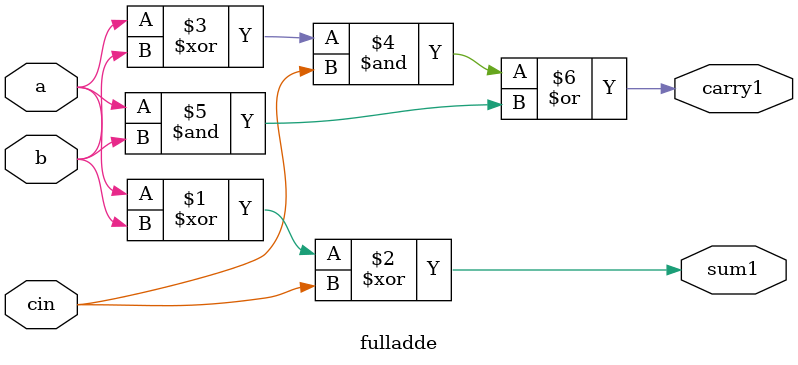
<source format=v>
`timescale 1ns / 1ps


module fulladde(
    input a,b,cin,
    output sum1,carry1
    );
    assign sum1=((a^b)^cin);
    assign carry1=((a^b)&cin)|(a&b);
endmodule

</source>
